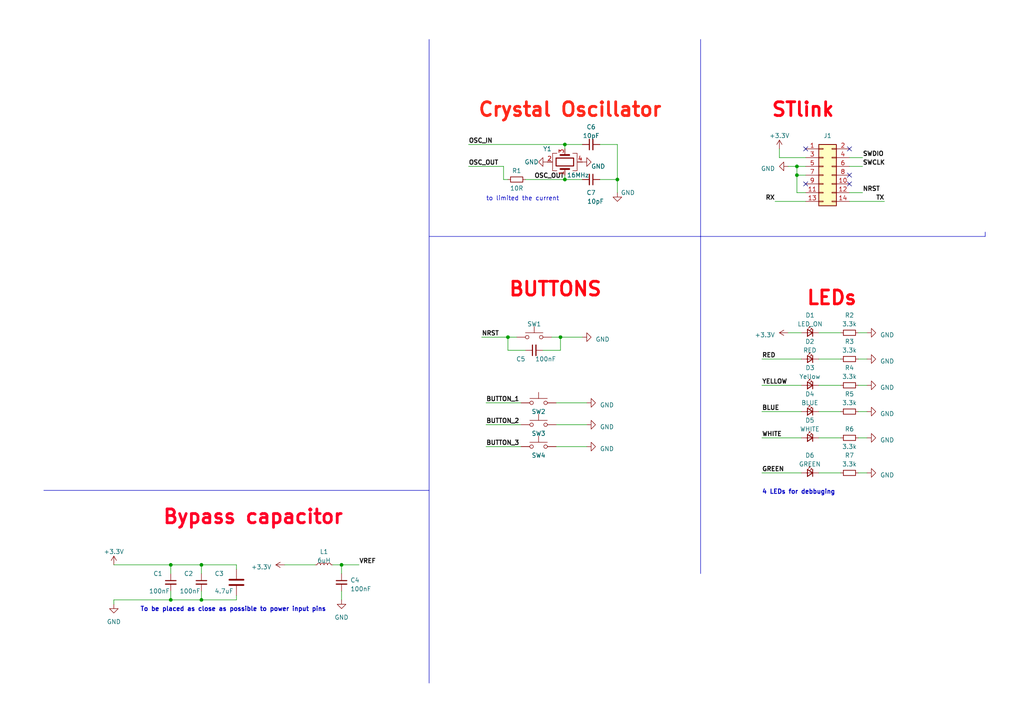
<source format=kicad_sch>
(kicad_sch (version 20231120) (generator "eeschema") (generator_version "8.0")
  (paper "A4")
  (lib_symbols
    (symbol "Connector_Generic:Conn_02x07_Odd_Even" (pin_names (offset 1.016) hide)
      (property "Reference" "J" (at 1.27 10.16 0))
      (property "Value" "Conn_02x07_Odd_Even" (at 1.27 -10.16 0))
      (symbol "Conn_02x07_Odd_Even_1_1"
        (rectangle (start -1.27 -7.493) (end 0 -7.747) (stroke (width 0.1524)))
        (rectangle (start -1.27 -4.953) (end 0 -5.207) (stroke (width 0.1524)))
        (rectangle (start -1.27 -2.413) (end 0 -2.667) (stroke (width 0.1524)))
        (rectangle (start -1.27 0.127) (end 0 -0.127) (stroke (width 0.1524)))
        (rectangle (start -1.27 2.667) (end 0 2.413) (stroke (width 0.1524)))
        (rectangle (start -1.27 5.207) (end 0 4.953) (stroke (width 0.1524)))
        (rectangle (start -1.27 7.747) (end 0 7.493) (stroke (width 0.1524)))
        (rectangle (start -1.27 8.89) (end 3.81 -8.89) (stroke (width 0.254)) (fill (type background)))
        (rectangle (start 3.81 -7.493) (end 2.54 -7.747) (stroke (width 0.1524)))
        (rectangle (start 3.81 -4.953) (end 2.54 -5.207) (stroke (width 0.1524)))
        (rectangle (start 3.81 -2.413) (end 2.54 -2.667) (stroke (width 0.1524)))
        (rectangle (start 3.81 0.127) (end 2.54 -0.127) (stroke (width 0.1524)))
        (rectangle (start 3.81 2.667) (end 2.54 2.413) (stroke (width 0.1524)))
        (rectangle (start 3.81 5.207) (end 2.54 4.953) (stroke (width 0.1524)))
        (rectangle (start 3.81 7.747) (end 2.54 7.493) (stroke (width 0.1524)))
        (pin passive line (at -5.08 7.62 0) (length 3.81) (name "Pin_1") (number "1"))
        (pin passive line (at 7.62 -2.54 180) (length 3.81) (name "Pin_10") (number "10"))
        (pin passive line (at -5.08 -5.08 0) (length 3.81) (name "Pin_11") (number "11"))
        (pin passive line (at 7.62 -5.08 180) (length 3.81) (name "Pin_12") (number "12"))
        (pin passive line (at -5.08 -7.62 0) (length 3.81) (name "Pin_13") (number "13"))
        (pin passive line (at 7.62 -7.62 180) (length 3.81) (name "Pin_14") (number "14"))
        (pin passive line (at 7.62 7.62 180) (length 3.81) (name "Pin_2") (number "2"))
        (pin passive line (at -5.08 5.08 0) (length 3.81) (name "Pin_3") (number "3"))
        (pin passive line (at 7.62 5.08 180) (length 3.81) (name "Pin_4") (number "4"))
        (pin passive line (at -5.08 2.54 0) (length 3.81) (name "Pin_5") (number "5"))
        (pin passive line (at 7.62 2.54 180) (length 3.81) (name "Pin_6") (number "6"))
        (pin passive line (at -5.08 0 0) (length 3.81) (name "Pin_7") (number "7"))
        (pin passive line (at 7.62 0 180) (length 3.81) (name "Pin_8") (number "8"))
        (pin passive line (at -5.08 -2.54 0) (length 3.81) (name "Pin_9") (number "9"))
      )
    )
    (symbol "Device:C" (pin_numbers hide) (pin_names (offset 0.254))
      (property "Reference" "C" (at 0.635 2.54 0))
      (property "Value" "C" (at 0.635 -2.54 0))
      (symbol "C_0_1"
        (polyline (pts (xy -2.032 -0.762) (xy 2.032 -0.762)) (stroke (width 0.508)))
        (polyline (pts (xy -2.032 0.762) (xy 2.032 0.762)) (stroke (width 0.508)))
      )
      (symbol "C_1_1"
        (pin passive line (at 0 3.81 270) (length 2.794) (name "~") (number "1"))
        (pin passive line (at 0 -3.81 90) (length 2.794) (name "~") (number "2"))
      )
    )
    (symbol "Device:C_Small" (pin_numbers hide) (pin_names (offset 0.254) hide)
      (property "Reference" "C" (at 0.254 1.778 0))
      (property "Value" "C_Small" (at 0.254 -2.032 0))
      (symbol "C_Small_0_1"
        (polyline (pts (xy -1.524 -0.508) (xy 1.524 -0.508)) (stroke (width 0.3302)))
        (polyline (pts (xy -1.524 0.508) (xy 1.524 0.508)) (stroke (width 0.3048)))
      )
      (symbol "C_Small_1_1"
        (pin passive line (at 0 2.54 270) (length 2.032) (name "~") (number "1"))
        (pin passive line (at 0 -2.54 90) (length 2.032) (name "~") (number "2"))
      )
    )
    (symbol "Device:Crystal_GND24" (pin_names (offset 1.016) hide)
      (property "Reference" "Y" (at 3.175 5.08 0))
      (property "Value" "Crystal_GND24" (at 3.175 3.175 0))
      (symbol "Crystal_GND24_0_1"
        (rectangle (start -1.143 2.54) (end 1.143 -2.54) (stroke (width 0.3048)))
        (polyline (pts (xy -2.54 0) (xy -2.032 0)))
        (polyline (pts (xy -2.032 -1.27) (xy -2.032 1.27)) (stroke (width 0.508)))
        (polyline (pts (xy 0 -3.81) (xy 0 -3.556)))
        (polyline (pts (xy 0 3.556) (xy 0 3.81)))
        (polyline (pts (xy 2.032 -1.27) (xy 2.032 1.27)) (stroke (width 0.508)))
        (polyline (pts (xy 2.032 0) (xy 2.54 0)))
        (polyline (pts (xy -2.54 -2.286) (xy -2.54 -3.556) (xy 2.54 -3.556) (xy 2.54 -2.286)))
        (polyline (pts (xy -2.54 2.286) (xy -2.54 3.556) (xy 2.54 3.556) (xy 2.54 2.286)))
      )
      (symbol "Crystal_GND24_1_1"
        (pin passive line (at -3.81 0 0) (length 1.27) (name "1") (number "1"))
        (pin passive line (at 0 5.08 270) (length 1.27) (name "2") (number "2"))
        (pin passive line (at 3.81 0 180) (length 1.27) (name "3") (number "3"))
        (pin passive line (at 0 -5.08 90) (length 1.27) (name "4") (number "4"))
      )
    )
    (symbol "Device:LED_Small" (pin_numbers hide) (pin_names (offset 0.254) hide)
      (property "Reference" "D" (at -1.27 3.175 0))
      (property "Value" "LED_Small" (at -4.445 -2.54 0))
      (symbol "LED_Small_0_1"
        (polyline (pts (xy -0.762 -1.016) (xy -0.762 1.016)) (stroke (width 0.254)))
        (polyline (pts (xy 1.016 0) (xy -0.762 0)))
        (polyline (pts (xy 0.762 -1.016) (xy -0.762 0) (xy 0.762 1.016) (xy 0.762 -1.016)) (stroke (width 0.254)))
        (polyline (pts (xy 0 0.762) (xy -0.508 1.27) (xy -0.254 1.27) (xy -0.508 1.27) (xy -0.508 1.016)))
        (polyline (pts (xy 0.508 1.27) (xy 0 1.778) (xy 0.254 1.778) (xy 0 1.778) (xy 0 1.524)))
      )
      (symbol "LED_Small_1_1"
        (pin passive line (at -2.54 0 0) (length 1.778) (name "K") (number "1"))
        (pin passive line (at 2.54 0 180) (length 1.778) (name "A") (number "2"))
      )
    )
    (symbol "Device:L_Small" (pin_numbers hide) (pin_names (offset 0.254) hide)
      (property "Reference" "L" (at 0.762 1.016 0))
      (property "Value" "L_Small" (at 0.762 -1.016 0))
      (symbol "L_Small_0_1"
        (arc (start 0 -2.032) (mid 0.5058 -1.524) (end 0 -1.016))
        (arc (start 0 -1.016) (mid 0.5058 -0.508) (end 0 0))
        (arc (start 0 0) (mid 0.5058 0.508) (end 0 1.016))
        (arc (start 0 1.016) (mid 0.5058 1.524) (end 0 2.032))
      )
      (symbol "L_Small_1_1"
        (pin passive line (at 0 2.54 270) (length 0.508) (name "~") (number "1"))
        (pin passive line (at 0 -2.54 90) (length 0.508) (name "~") (number "2"))
      )
    )
    (symbol "Device:R_Small" (pin_numbers hide) (pin_names (offset 0.254) hide)
      (property "Reference" "R" (at 0.762 0.508 0))
      (property "Value" "R_Small" (at 0.762 -1.016 0))
      (symbol "R_Small_0_1"
        (rectangle (start -0.762 1.778) (end 0.762 -1.778) (stroke (width 0.2032)))
      )
      (symbol "R_Small_1_1"
        (pin passive line (at 0 2.54 270) (length 0.762) (name "~") (number "1"))
        (pin passive line (at 0 -2.54 90) (length 0.762) (name "~") (number "2"))
      )
    )
    (symbol "Switch:SW_Push" (pin_numbers hide) (pin_names (offset 1.016) hide)
      (property "Reference" "SW" (at 1.27 2.54 0))
      (property "Value" "SW_Push" (at 0 -1.524 0))
      (symbol "SW_Push_0_1"
        (circle (center -2.032 0) (radius 0.508))
        (polyline (pts (xy 0 1.27) (xy 0 3.048)))
        (polyline (pts (xy 2.54 1.27) (xy -2.54 1.27)))
        (circle (center 2.032 0) (radius 0.508))
        (pin passive line (at -5.08 0 0) (length 2.54) (name "1") (number "1"))
        (pin passive line (at 5.08 0 180) (length 2.54) (name "2") (number "2"))
      )
    )
    (symbol "power:+3.3V" (power) (pin_names (offset 0))
      (property "Value" "+3.3V" (at 0 3.556 0))
      (symbol "+3.3V_0_1"
        (polyline (pts (xy -0.762 1.27) (xy 0 2.54)))
        (polyline (pts (xy 0 0) (xy 0 2.54)))
        (polyline (pts (xy 0 2.54) (xy 0.762 1.27)))
      )
      (symbol "+3.3V_1_1"
        (pin power_in line (at 0 0 90) (length 0) hide (name "+3.3V") (number "1"))
      )
    )
    (symbol "power:GND" (power) (pin_names (offset 0))
      (property "Value" "GND" (at 0 -3.81 0))
      (symbol "GND_0_1"
        (polyline (pts (xy 0 0) (xy 0 -1.27) (xy 1.27 -1.27) (xy 0 -2.54) (xy -1.27 -1.27) (xy 0 -1.27)))
      )
      (symbol "GND_1_1"
        (pin power_in line (at 0 0 270) (length 0) hide (name "GND") (number "1"))
      )
    )
  )
  (junction (at 99.06 163.83))
  (junction (at 163.83 41.91))
  (junction (at 147.32 97.79))
  (junction (at 163.83 52.07))
  (junction (at 58.42 173.99))
  (junction (at 162.56 97.79))
  (junction (at 231.14 50.8))
  (junction (at 49.53 163.83))
  (junction (at 49.53 173.99))
  (junction (at 231.14 48.26))
  (junction (at 179.07 52.07))
  (junction (at 58.42 163.83))
  (no_connect (at 233.68 53.34))
  (no_connect (at 246.38 53.34))
  (no_connect (at 246.38 50.8))
  (no_connect (at 246.38 43.18))
  (no_connect (at 233.68 43.18))
  (wire (pts (xy 161.29 116.84) (xy 170.18 116.84)))
  (wire (pts (xy 96.52 163.83) (xy 99.06 163.83)))
  (wire (pts (xy 246.38 55.88) (xy 250.19 55.88)))
  (wire (pts (xy 220.98 127) (xy 232.41 127)))
  (polyline (pts (xy 124.46 142.24) (xy 124.46 198.12)))
  (wire (pts (xy 140.97 123.19) (xy 151.13 123.19)))
  (wire (pts (xy 231.14 48.26) (xy 231.14 50.8)))
  (wire (pts (xy 162.56 97.79) (xy 160.02 97.79)))
  (wire (pts (xy 162.56 97.79) (xy 168.91 97.79)))
  (wire (pts (xy 58.42 173.99) (xy 58.42 171.45)))
  (wire (pts (xy 33.02 173.99) (xy 49.53 173.99)))
  (wire (pts (xy 49.53 173.99) (xy 58.42 173.99)))
  (wire (pts (xy 220.98 104.14) (xy 232.41 104.14)))
  (polyline (pts (xy 203.2 68.58) (xy 285.75 68.58)))
  (polyline (pts (xy 124.46 68.58) (xy 203.2 68.58)))
  (wire (pts (xy 237.49 111.76) (xy 243.84 111.76)))
  (wire (pts (xy 179.07 52.07) (xy 179.07 55.88)))
  (wire (pts (xy 228.6 96.52) (xy 232.41 96.52)))
  (wire (pts (xy 82.55 163.83) (xy 91.44 163.83)))
  (wire (pts (xy 224.79 58.42) (xy 233.68 58.42)))
  (wire (pts (xy 147.32 101.6) (xy 147.32 97.79)))
  (wire (pts (xy 220.98 111.76) (xy 232.41 111.76)))
  (wire (pts (xy 149.86 97.79) (xy 147.32 97.79)))
  (wire (pts (xy 237.49 104.14) (xy 243.84 104.14)))
  (wire (pts (xy 58.42 163.83) (xy 49.53 163.83)))
  (wire (pts (xy 68.58 172.72) (xy 68.58 173.99)))
  (wire (pts (xy 140.97 116.84) (xy 151.13 116.84)))
  (polyline (pts (xy 285.75 67.31) (xy 285.75 68.58)))
  (wire (pts (xy 248.92 111.76) (xy 251.46 111.76)))
  (wire (pts (xy 246.38 48.26) (xy 250.19 48.26)))
  (wire (pts (xy 33.02 163.83) (xy 49.53 163.83)))
  (polyline (pts (xy 12.7 142.24) (xy 124.46 142.24)))
  (wire (pts (xy 49.53 163.83) (xy 49.53 166.37)))
  (wire (pts (xy 231.14 50.8) (xy 233.68 50.8)))
  (wire (pts (xy 135.89 48.26) (xy 146.05 48.26)))
  (wire (pts (xy 58.42 166.37) (xy 58.42 163.83)))
  (wire (pts (xy 237.49 127) (xy 243.84 127)))
  (wire (pts (xy 99.06 163.83) (xy 99.06 166.37)))
  (wire (pts (xy 233.68 55.88) (xy 231.14 55.88)))
  (wire (pts (xy 99.06 163.83) (xy 104.14 163.83)))
  (wire (pts (xy 248.92 127) (xy 251.46 127)))
  (polyline (pts (xy 203.2 11.43) (xy 203.2 68.58)))
  (wire (pts (xy 168.91 52.07) (xy 163.83 52.07)))
  (wire (pts (xy 228.6 48.26) (xy 231.14 48.26)))
  (wire (pts (xy 246.38 45.72) (xy 250.19 45.72)))
  (wire (pts (xy 237.49 137.16) (xy 243.84 137.16)))
  (wire (pts (xy 173.99 52.07) (xy 179.07 52.07)))
  (wire (pts (xy 147.32 52.07) (xy 146.05 52.07)))
  (wire (pts (xy 163.83 41.91) (xy 168.91 41.91)))
  (wire (pts (xy 237.49 96.52) (xy 243.84 96.52)))
  (wire (pts (xy 152.4 52.07) (xy 163.83 52.07)))
  (wire (pts (xy 33.02 173.99) (xy 33.02 175.26)))
  (wire (pts (xy 233.68 45.72) (xy 226.06 45.72)))
  (wire (pts (xy 231.14 48.26) (xy 233.68 48.26)))
  (wire (pts (xy 162.56 101.6) (xy 162.56 97.79)))
  (polyline (pts (xy 203.2 68.58) (xy 203.2 166.37)))
  (wire (pts (xy 163.83 43.18) (xy 163.83 41.91)))
  (wire (pts (xy 163.83 52.07) (xy 163.83 50.8)))
  (wire (pts (xy 161.29 129.54) (xy 170.18 129.54)))
  (wire (pts (xy 248.92 96.52) (xy 251.46 96.52)))
  (wire (pts (xy 152.4 101.6) (xy 147.32 101.6)))
  (wire (pts (xy 49.53 171.45) (xy 49.53 173.99)))
  (wire (pts (xy 220.98 137.16) (xy 232.41 137.16)))
  (wire (pts (xy 248.92 119.38) (xy 251.46 119.38)))
  (polyline (pts (xy 124.46 11.43) (xy 124.46 142.24)))
  (wire (pts (xy 179.07 41.91) (xy 179.07 52.07)))
  (wire (pts (xy 140.97 129.54) (xy 151.13 129.54)))
  (wire (pts (xy 246.38 58.42) (xy 256.54 58.42)))
  (wire (pts (xy 161.29 123.19) (xy 170.18 123.19)))
  (wire (pts (xy 68.58 163.83) (xy 58.42 163.83)))
  (wire (pts (xy 68.58 163.83) (xy 68.58 165.1)))
  (wire (pts (xy 68.58 173.99) (xy 58.42 173.99)))
  (wire (pts (xy 220.98 119.38) (xy 232.41 119.38)))
  (wire (pts (xy 135.89 41.91) (xy 163.83 41.91)))
  (wire (pts (xy 99.06 171.45) (xy 99.06 173.99)))
  (wire (pts (xy 157.48 101.6) (xy 162.56 101.6)))
  (wire (pts (xy 248.92 137.16) (xy 251.46 137.16)))
  (wire (pts (xy 226.06 43.18) (xy 226.06 45.72)))
  (wire (pts (xy 173.99 41.91) (xy 179.07 41.91)))
  (wire (pts (xy 147.32 97.79) (xy 139.7 97.79)))
  (wire (pts (xy 146.05 52.07) (xy 146.05 48.26)))
  (wire (pts (xy 248.92 104.14) (xy 251.46 104.14)))
  (wire (pts (xy 237.49 119.38) (xy 243.84 119.38)))
  (wire (pts (xy 231.14 50.8) (xy 231.14 55.88)))
  (text "Bypass capacitor" (at 46.99 152.4 0) (effects (font (size 4 4) (thickness 0.8) (bold yes)) (justify left bottom)))
  (text "BUTTONS" (at 147.32 86.36 0) (effects (font (size 4 4) (bold yes)) (justify left bottom)))
  (text "LEDs" (at 233.68 88.9 0) (effects (font (size 4 4) (bold yes)) (justify left bottom)))
  (text "to limited the current \n" (at 140.97 58.42 0) (effects (font (size 1.27 1.27)) (justify left bottom)))
  (text "4 LEDs for debbuging\n" (at 220.98 143.51 0) (effects (font (size 1.27 1.27) (bold yes)) (justify left bottom)))
  (text "To be placed as close as possible to power input pins\n\n\n" (at 40.64 181.61 0) (effects (font (size 1.27 1.27) (bold yes)) (justify left bottom)))
  (text "Crystal Oscillator" (at 138.43 34.29 0) (effects (font (size 4 4) (thickness 0.8) (bold yes)) (justify left bottom)))
  (text "STlink" (at 223.52 34.29 0) (effects (font (size 4 4) (bold yes)) (justify left bottom)))
  (label "OSC_OUT" (at 154.94 52.07 0) (effects (font (bold yes))))
  (label "TX" (at 256.54 58.42 180) (effects (font (bold yes))))
  (label "OSC_IN" (at 135.89 41.91 0) (effects (font (bold yes))))
  (label "BUTTON_2" (at 140.97 123.19 0) (effects (font (bold yes))))
  (label "NRST" (at 139.7 97.79 0) (effects (font (bold yes))))
  (label "WHITE" (at 220.98 127 0) (effects (font (bold yes))))
  (label "BLUE" (at 220.98 119.38 0) (effects (font (bold yes))))
  (label "SWDIO" (at 250.19 45.72 0) (effects (font (bold yes))))
  (label "GREEN" (at 220.98 137.16 0) (effects (font (bold yes))))
  (label "RX" (at 224.79 58.42 180) (effects (font (bold yes))))
  (label "BUTTON_3" (at 140.97 129.54 0) (effects (font (bold yes))))
  (label "RED" (at 220.98 104.14 0) (effects (font (bold yes))))
  (label "YELLOW" (at 220.98 111.76 0) (effects (font (bold yes))))
  (label "VREF" (at 104.14 163.83 0) (effects (font (bold yes))))
  (label "BUTTON_1" (at 140.97 116.84 0) (effects (font (bold yes))))
  (label "SWCLK" (at 250.19 48.26 0) (effects (font (bold yes))))
  (label "NRST" (at 250.19 55.88 0) (effects (font (bold yes))))
  (label "OSC_OUT" (at 135.89 48.26 0) (effects (font (bold yes))))
  (symbol (lib_id "power:GND") (at 99.06 173.99 0) (unit 1)
    (property "Reference" "#PWR04" (effects (hide yes)))
    (property "Value" "GND" (at 99.06 179.07 0))
  )
  (symbol (lib_id "Device:LED_Small") (at 234.95 119.38 0) (mirror y) (unit 1)
    (property "Reference" "D4" (at 234.8865 114.3 0))
    (property "Value" "BLUE" (at 234.8865 116.84 0))
    (property "Footprint" "LED_SMD:LED_0603_1608Metric_Pad1.05x0.95mm_HandSolder" (effects (hide yes)))
  )
  (symbol (lib_id "Device:Crystal_GND24") (at 163.83 46.99 90) (unit 1)
    (property "Reference" "Y1" (at 158.75 43.18 90))
    (property "Value" "16MHz" (at 167.64 50.8 90))
    (property "Footprint" "Crystal:Crystal_SMD_3225-4Pin_3.2x2.5mm" (effects (hide yes)))
    (property "Datasheet" "https://www.farnell.com/datasheets/3820205.pdf" (effects (hide yes)))
    (property "Manufacturer_Name" "ZXBM5210-SP-13" (effects (hide yes)))
    (property "Mouser Part Number" "2853935" (effects (hide yes)))
    (property "Manufacturer_Part_Number" "Diodes Incorporated " (effects (hide yes)))
  )
  (symbol (lib_id "Device:R_Small") (at 149.86 52.07 90) (unit 1)
    (property "Reference" "R1" (at 149.86 49.53 90))
    (property "Value" "10R" (at 149.86 54.61 90))
    (property "Footprint" "Resistor_SMD:R_0603_1608Metric_Pad0.98x0.95mm_HandSolder" (effects (hide yes)))
    (property "Height" "0603" (effects (hide yes)))
  )
  (symbol (lib_id "Switch:SW_Push") (at 156.21 123.19 0) (unit 1)
    (property "Reference" "SW3" (at 156.21 125.73 0))
    (property "Value" "SW_Push" (effects (hide yes)))
    (property "Footprint" "Button_Switch_SMD:SW_SPST_B3U-1000P" (effects (hide yes)))
    (property "Height" "1206" (effects (hide yes)))
  )
  (symbol (lib_id "Switch:SW_Push") (at 154.94 97.79 0) (unit 1)
    (property "Reference" "SW1" (at 154.94 93.98 0))
    (property "Value" "SW_Push" (effects (hide yes)))
    (property "Footprint" "Button_Switch_SMD:SW_SPST_B3U-1000P" (effects (hide yes)))
    (property "Height" "1206" (effects (hide yes)))
  )
  (symbol (lib_id "power:+3.3V") (at 33.02 163.83 0) (unit 1)
    (property "Reference" "#PWR01" (effects (hide yes)))
    (property "Value" "+3.3V" (at 33.02 160.02 0))
  )
  (symbol (lib_id "Device:C_Small") (at 171.45 41.91 90) (unit 1)
    (property "Reference" "C6" (at 171.4563 36.83 90))
    (property "Value" "10pF" (at 171.4563 39.37 90))
    (property "Footprint" "Capacitor_SMD:C_0603_1608Metric_Pad1.08x0.95mm_HandSolder" (effects (hide yes)))
  )
  (symbol (lib_id "power:GND") (at 33.02 175.26 0) (unit 1)
    (property "Reference" "#PWR02" (effects (hide yes)))
    (property "Value" "GND" (at 33.02 180.34 0))
  )
  (symbol (lib_id "Device:C_Small") (at 171.45 52.07 270) (unit 1)
    (property "Reference" "C7" (at 171.45 55.88 90))
    (property "Value" "10pF" (at 172.72 58.42 90))
    (property "Footprint" "Capacitor_SMD:C_0603_1608Metric_Pad1.08x0.95mm_HandSolder" (effects (hide yes)))
  )
  (symbol (lib_id "power:GND") (at 168.91 46.99 90) (unit 1)
    (property "Reference" "#PWR06" (effects (hide yes)))
    (property "Value" "GND" (at 171.45 48.26 90) (effects (justify right)))
  )
  (symbol (lib_id "Device:C_Small") (at 154.94 101.6 90) (unit 1)
    (property "Reference" "C5" (at 152.4 104.14 90) (effects (justify left)))
    (property "Value" "100nF" (at 161.29 104.14 90) (effects (justify left)))
    (property "Footprint" "Capacitor_SMD:C_0603_1608Metric_Pad1.08x0.95mm_HandSolder" (effects (hide yes)))
  )
  (symbol (lib_id "power:GND") (at 168.91 97.79 90) (unit 1)
    (property "Reference" "#PWR07" (effects (hide yes)))
    (property "Value" "GND" (at 172.72 98.425 90) (effects (justify right)))
  )
  (symbol (lib_id "Device:C_Small") (at 58.42 168.91 0) (unit 1)
    (property "Reference" "C2" (at 53.34 166.37 0) (effects (justify left)))
    (property "Value" "100nF" (at 52.07 171.45 0) (effects (justify left)))
    (property "Footprint" "Capacitor_SMD:C_0603_1608Metric_Pad1.08x0.95mm_HandSolder" (effects (hide yes)))
  )
  (symbol (lib_id "power:GND") (at 170.18 123.19 90) (unit 1)
    (property "Reference" "#PWR09" (effects (hide yes)))
    (property "Value" "GND" (at 173.99 123.825 90) (effects (justify right)))
  )
  (symbol (lib_id "Device:LED_Small") (at 234.95 137.16 0) (mirror y) (unit 1)
    (property "Reference" "D6" (at 234.8865 132.08 0))
    (property "Value" "GREEN" (at 234.8865 134.62 0))
    (property "Footprint" "LED_SMD:LED_0603_1608Metric_Pad1.05x0.95mm_HandSolder" (effects (hide yes)))
  )
  (symbol (lib_id "power:GND") (at 251.46 119.38 90) (unit 1)
    (property "Reference" "#PWR018" (effects (hide yes)))
    (property "Value" "GND" (at 255.27 120.015 90) (effects (justify right)))
  )
  (symbol (lib_id "power:GND") (at 170.18 116.84 90) (unit 1)
    (property "Reference" "#PWR08" (effects (hide yes)))
    (property "Value" "GND" (at 173.99 117.475 90) (effects (justify right)))
  )
  (symbol (lib_id "power:GND") (at 251.46 96.52 90) (unit 1)
    (property "Reference" "#PWR015" (effects (hide yes)))
    (property "Value" "GND" (at 255.27 97.155 90) (effects (justify right)))
  )
  (symbol (lib_id "Switch:SW_Push") (at 156.21 116.84 0) (unit 1)
    (property "Reference" "SW2" (at 156.21 119.38 0))
    (property "Value" "SW_Push" (effects (hide yes)))
    (property "Footprint" "Button_Switch_SMD:SW_SPST_B3U-1000P" (effects (hide yes)))
    (property "Height" "1206" (effects (hide yes)))
  )
  (symbol (lib_id "Device:LED_Small") (at 234.95 104.14 0) (mirror y) (unit 1)
    (property "Reference" "D2" (at 234.8865 99.06 0))
    (property "Value" "RED" (at 234.8865 101.6 0))
    (property "Footprint" "LED_SMD:LED_0603_1608Metric_Pad1.05x0.95mm_HandSolder" (effects (hide yes)))
  )
  (symbol (lib_id "power:GND") (at 228.6 48.26 270) (unit 1)
    (property "Reference" "#PWR013" (effects (hide yes)))
    (property "Value" "GND" (at 224.79 48.895 90) (effects (justify right)))
  )
  (symbol (lib_id "Connector_Generic:Conn_02x07_Odd_Even") (at 238.76 50.8 0) (unit 1)
    (property "Reference" "J1" (at 240.03 39.37 0))
    (property "Value" "Conn_02x07_Odd_Even" (effects (hide yes)))
    (property "Footprint" "Connector_PinHeader_1.27mm:PinHeader_2x07_P1.27mm_Vertical_SMD" (effects (hide yes)))
  )
  (symbol (lib_id "power:GND") (at 179.07 55.88 0) (unit 1)
    (property "Reference" "#PWR011" (effects (hide yes)))
    (property "Value" "GND" (at 184.15 55.88 0) (effects (justify right)))
  )
  (symbol (lib_id "power:GND") (at 251.46 127 90) (unit 1)
    (property "Reference" "#PWR019" (effects (hide yes)))
    (property "Value" "GND" (at 255.27 127.635 90) (effects (justify right)))
  )
  (symbol (lib_id "Device:R_Small") (at 246.38 119.38 90) (unit 1)
    (property "Reference" "R5" (at 246.38 114.3 90))
    (property "Value" "3.3k" (at 246.38 116.84 90))
    (property "Footprint" "Resistor_SMD:R_0603_1608Metric_Pad0.98x0.95mm_HandSolder" (effects (hide yes)))
    (property "Height" "0603" (effects (hide yes)))
  )
  (symbol (lib_id "power:GND") (at 170.18 129.54 90) (unit 1)
    (property "Reference" "#PWR010" (effects (hide yes)))
    (property "Value" "GND" (at 173.99 130.175 90) (effects (justify right)))
  )
  (symbol (lib_id "power:+3.3V") (at 82.55 163.83 90) (unit 1)
    (property "Reference" "#PWR03" (effects (hide yes)))
    (property "Value" "+3.3V" (at 78.74 164.465 90) (effects (justify left)))
  )
  (symbol (lib_id "power:GND") (at 251.46 104.14 90) (unit 1)
    (property "Reference" "#PWR016" (effects (hide yes)))
    (property "Value" "GND" (at 255.27 104.775 90) (effects (justify right)))
  )
  (symbol (lib_id "power:GND") (at 251.46 111.76 90) (unit 1)
    (property "Reference" "#PWR017" (effects (hide yes)))
    (property "Value" "GND" (at 255.27 112.395 90) (effects (justify right)))
  )
  (symbol (lib_id "Device:LED_Small") (at 234.95 127 0) (mirror y) (unit 1)
    (property "Reference" "D5" (at 234.8865 121.92 0))
    (property "Value" "WHITE" (at 234.8865 124.46 0))
    (property "Footprint" "LED_SMD:LED_0603_1608Metric_Pad1.05x0.95mm_HandSolder" (effects (hide yes)))
  )
  (symbol (lib_id "Device:R_Small") (at 246.38 127 90) (unit 1)
    (property "Reference" "R6" (at 246.38 124.46 90))
    (property "Value" "3.3k" (at 246.38 129.54 90))
    (property "Footprint" "Resistor_SMD:R_0603_1608Metric_Pad0.98x0.95mm_HandSolder" (effects (hide yes)))
    (property "Height" "0603" (effects (hide yes)))
  )
  (symbol (lib_id "power:GND") (at 251.46 137.16 90) (unit 1)
    (property "Reference" "#PWR020" (effects (hide yes)))
    (property "Value" "GND" (at 255.27 137.795 90) (effects (justify right)))
  )
  (symbol (lib_id "Device:L_Small") (at 93.98 163.83 90) (unit 1)
    (property "Reference" "L1" (at 93.98 160.02 90))
    (property "Value" "6uH" (at 93.98 162.56 90))
    (property "Footprint" "Inductor_SMD:L_0603_1608Metric_Pad1.05x0.95mm_HandSolder" (effects (hide yes)))
  )
  (symbol (lib_id "Device:R_Small") (at 246.38 104.14 90) (unit 1)
    (property "Reference" "R3" (at 246.38 99.06 90))
    (property "Value" "3.3k" (at 246.38 101.6 90))
    (property "Footprint" "Resistor_SMD:R_0603_1608Metric_Pad0.98x0.95mm_HandSolder" (effects (hide yes)))
    (property "Height" "0603" (effects (hide yes)))
  )
  (symbol (lib_id "Switch:SW_Push") (at 156.21 129.54 0) (unit 1)
    (property "Reference" "SW4" (at 156.21 132.08 0))
    (property "Value" "SW_Push" (effects (hide yes)))
    (property "Footprint" "Button_Switch_SMD:SW_SPST_B3U-1000P" (effects (hide yes)))
    (property "Height" "1206" (effects (hide yes)))
  )
  (symbol (lib_id "power:GND") (at 158.75 46.99 270) (unit 1)
    (property "Reference" "#PWR05" (effects (hide yes)))
    (property "Value" "GND" (at 156.21 46.99 90) (effects (justify right)))
  )
  (symbol (lib_id "Device:R_Small") (at 246.38 111.76 90) (unit 1)
    (property "Reference" "R4" (at 246.38 106.68 90))
    (property "Value" "3.3k" (at 246.38 109.22 90))
    (property "Footprint" "Resistor_SMD:R_0603_1608Metric_Pad0.98x0.95mm_HandSolder" (effects (hide yes)))
    (property "Height" "0603" (effects (hide yes)))
  )
  (symbol (lib_id "Device:R_Small") (at 246.38 137.16 90) (unit 1)
    (property "Reference" "R7" (at 246.38 132.08 90))
    (property "Value" "3.3k" (at 246.38 134.62 90))
    (property "Footprint" "Resistor_SMD:R_0603_1608Metric_Pad0.98x0.95mm_HandSolder" (effects (hide yes)))
    (property "Height" "0603" (effects (hide yes)))
  )
  (symbol (lib_id "Device:C_Small") (at 49.53 168.91 0) (unit 1)
    (property "Reference" "C1" (at 44.45 166.37 0) (effects (justify left)))
    (property "Value" "100nF" (at 43.18 171.45 0) (effects (justify left)))
    (property "Footprint" "Capacitor_SMD:C_0603_1608Metric_Pad1.08x0.95mm_HandSolder" (effects (hide yes)))
  )
  (symbol (lib_id "Device:C") (at 68.58 168.91 0) (unit 1)
    (property "Reference" "C3" (at 62.23 166.37 0) (effects (justify left)))
    (property "Value" "4.7uF" (at 62.23 171.45 0) (effects (justify left)))
    (property "Footprint" "Capacitor_SMD:C_0603_1608Metric_Pad1.08x0.95mm_HandSolder" (effects (hide yes)))
  )
  (symbol (lib_id "power:+3.3V") (at 226.06 43.18 0) (unit 1)
    (property "Reference" "#PWR012" (effects (hide yes)))
    (property "Value" "+3.3V" (at 226.06 39.37 0))
  )
  (symbol (lib_id "Device:C_Small") (at 99.06 168.91 0) (unit 1)
    (property "Reference" "C4" (at 101.6 168.2813 0) (effects (justify left)))
    (property "Value" "100nF" (at 101.6 170.8213 0) (effects (justify left)))
    (property "Footprint" "Capacitor_SMD:C_0603_1608Metric_Pad1.08x0.95mm_HandSolder" (effects (hide yes)))
  )
  (symbol (lib_id "Device:R_Small") (at 246.38 96.52 90) (unit 1)
    (property "Reference" "R2" (at 246.38 91.44 90))
    (property "Value" "3.3k" (at 246.38 93.98 90))
    (property "Footprint" "Resistor_SMD:R_0603_1608Metric_Pad0.98x0.95mm_HandSolder" (effects (hide yes)))
    (property "Height" "0603" (effects (hide yes)))
  )
  (symbol (lib_id "power:+3.3V") (at 228.6 96.52 90) (unit 1)
    (property "Reference" "#PWR014" (effects (hide yes)))
    (property "Value" "+3.3V" (at 224.79 97.155 90) (effects (justify left)))
  )
  (symbol (lib_id "Device:LED_Small") (at 234.95 96.52 0) (mirror y) (unit 1)
    (property "Reference" "D1" (at 234.95 91.44 0))
    (property "Value" "LED_ON" (at 234.95 93.98 0))
    (property "Footprint" "LED_SMD:LED_0603_1608Metric_Pad1.05x0.95mm_HandSolder" (effects (hide yes)))
  )
  (symbol (lib_id "Device:LED_Small") (at 234.95 111.76 0) (mirror y) (unit 1)
    (property "Reference" "D3" (at 234.95 106.68 0))
    (property "Value" "Yellow" (at 234.8865 109.22 0))
    (property "Footprint" "LED_SMD:LED_0603_1608Metric_Pad1.05x0.95mm_HandSolder" (effects (hide yes)))
  )
)
</source>
